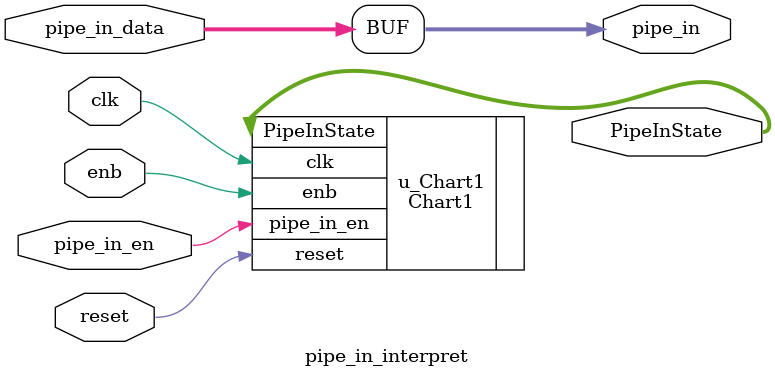
<source format=v>



`timescale 1 ns / 1 ns

module pipe_in_interpret
          (clk,
           reset,
           enb,
           pipe_in_data,
           pipe_in_en,
           pipe_in,
           PipeInState);


  input   clk;
  input   reset;
  input   enb;
  input   [15:0] pipe_in_data;  // uint16
  input   pipe_in_en;
  output  [15:0] pipe_in;  // uint16
  output  [7:0] PipeInState;  // uint8




  assign pipe_in = pipe_in_data;

  Chart1 u_Chart1 (.clk(clk),
                   .reset(reset),
                   .enb(enb),
                   .pipe_in_en(pipe_in_en),
                   .PipeInState(PipeInState)  // uint8
                   );

endmodule  // pipe_in_interpret


</source>
